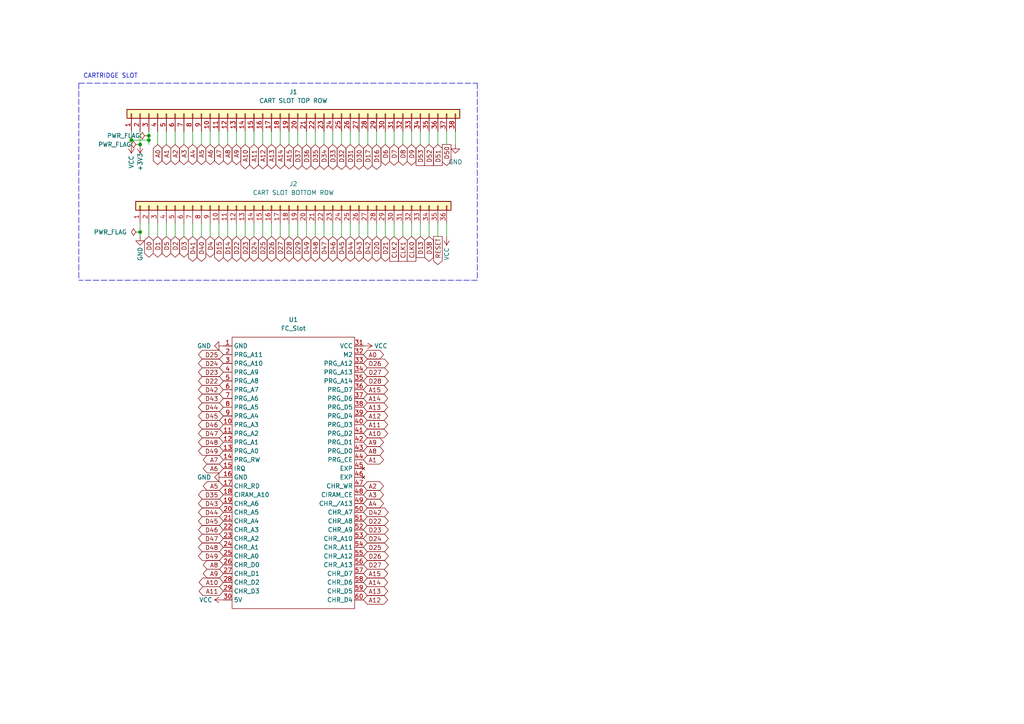
<source format=kicad_sch>
(kicad_sch (version 20210621) (generator eeschema)
  (paper "A4")
  (title_block (title "OSCR MEGADRIVE ADAPTER") (date "2021-11-15") (rev "V1"))
  (lib_symbols
    (symbol "!OSCR:FC_Slot"
      (property "Reference" "U" (at -16.51 52.07 0))
      (property "Value" "FC_Slot" (at -13.97 46.99 0))
      (symbol "FC_Slot_0_1"
        (rectangle (start -17.78 44.45) (end 17.78 -34.29) (stroke (width 0.1524)))
      )
      (symbol "FC_Slot_1_1"
        (pin power_in line (at -20.32 41.91 0) (length 2.54) (name "GND") (number "1"))
        (pin input line (at -20.32 19.05 0) (length 2.54) (name "PRG_A3") (number "10"))
        (pin input line (at -20.32 16.51 0) (length 2.54) (name "PRG_A2") (number "11"))
        (pin input line (at -20.32 13.97 0) (length 2.54) (name "PRG_A1") (number "12"))
        (pin input line (at -20.32 11.43 0) (length 2.54) (name "PRG_A0") (number "13"))
        (pin input line (at -20.32 8.89 0) (length 2.54) (name "PRG_RW") (number "14"))
        (pin input line (at -20.32 6.35 0) (length 2.54) (name "IRQ") (number "15"))
        (pin power_in line (at -20.32 3.81 0) (length 2.54) (name "GND") (number "16"))
        (pin input line (at -20.32 1.27 0) (length 2.54) (name "CHR_RD") (number "17"))
        (pin input line (at -20.32 -1.27 0) (length 2.54) (name "CIRAM_A10") (number "18"))
        (pin input line (at -20.32 -3.81 0) (length 2.54) (name "CHR_A6") (number "19"))
        (pin input line (at -20.32 39.37 0) (length 2.54) (name "PRG_A11") (number "2"))
        (pin input line (at -20.32 -6.35 0) (length 2.54) (name "CHR_A5") (number "20"))
        (pin input line (at -20.32 -8.89 0) (length 2.54) (name "CHR_A4") (number "21"))
        (pin input line (at -20.32 -11.43 0) (length 2.54) (name "CHR_A3") (number "22"))
        (pin input line (at -20.32 -13.97 0) (length 2.54) (name "CHR_A2") (number "23"))
        (pin input line (at -20.32 -16.51 0) (length 2.54) (name "CHR_A1") (number "24"))
        (pin input line (at -20.32 -19.05 0) (length 2.54) (name "CHR_A0") (number "25"))
        (pin bidirectional line (at -20.32 -21.59 0) (length 2.54) (name "CHR_D0") (number "26"))
        (pin bidirectional line (at -20.32 -24.13 0) (length 2.54) (name "CHR_D1") (number "27"))
        (pin bidirectional line (at -20.32 -26.67 0) (length 2.54) (name "CHR_D2") (number "28"))
        (pin bidirectional line (at -20.32 -29.21 0) (length 2.54) (name "CHR_D3") (number "29"))
        (pin input line (at -20.32 36.83 0) (length 2.54) (name "PRG_A10") (number "3"))
        (pin power_in line (at -20.32 -31.75 0) (length 2.54) (name "5V") (number "30"))
        (pin power_in line (at 20.32 41.91 180) (length 2.54) (name "VCC") (number "31"))
        (pin input line (at 20.32 39.37 180) (length 2.54) (name "M2") (number "32"))
        (pin input line (at 20.32 36.83 180) (length 2.54) (name "PRG_A12") (number "33"))
        (pin input line (at 20.32 34.29 180) (length 2.54) (name "PRG_A13") (number "34"))
        (pin input line (at 20.32 31.75 180) (length 2.54) (name "PRG_A14") (number "35"))
        (pin bidirectional line (at 20.32 29.21 180) (length 2.54) (name "PRG_D7") (number "36"))
        (pin bidirectional line (at 20.32 26.67 180) (length 2.54) (name "PRG_D6") (number "37"))
        (pin bidirectional line (at 20.32 24.13 180) (length 2.54) (name "PRG_D5") (number "38"))
        (pin bidirectional line (at 20.32 21.59 180) (length 2.54) (name "PRG_D4") (number "39"))
        (pin input line (at -20.32 34.29 0) (length 2.54) (name "PRG_A9") (number "4"))
        (pin bidirectional line (at 20.32 19.05 180) (length 2.54) (name "PRG_D3") (number "40"))
        (pin bidirectional line (at 20.32 16.51 180) (length 2.54) (name "PRG_D2") (number "41"))
        (pin bidirectional line (at 20.32 13.97 180) (length 2.54) (name "PRG_D1") (number "42"))
        (pin bidirectional line (at 20.32 11.43 180) (length 2.54) (name "PRG_D0") (number "43"))
        (pin input line (at 20.32 8.89 180) (length 2.54) (name "PRG_CE") (number "44"))
        (pin no_connect line (at 20.32 6.35 180) (length 2.54) (name "EXP") (number "45"))
        (pin no_connect line (at 20.32 3.81 180) (length 2.54) (name "EXP") (number "46"))
        (pin input line (at 20.32 1.27 180) (length 2.54) (name "CHR_WR") (number "47"))
        (pin input line (at 20.32 -1.27 180) (length 2.54) (name "CIRAM_CE") (number "48"))
        (pin input line (at 20.32 -3.81 180) (length 2.54) (name "CHR_/A13") (number "49"))
        (pin input line (at -20.32 31.75 0) (length 2.54) (name "PRG_A8") (number "5"))
        (pin bidirectional line (at 20.32 -6.35 180) (length 2.54) (name "CHR_A7") (number "50"))
        (pin input line (at 20.32 -8.89 180) (length 2.54) (name "CHR_A8") (number "51"))
        (pin input line (at 20.32 -11.43 180) (length 2.54) (name "CHR_A9") (number "52"))
        (pin input line (at 20.32 -13.97 180) (length 2.54) (name "CHR_A10") (number "53"))
        (pin input line (at 20.32 -16.51 180) (length 2.54) (name "CHR_A11") (number "54"))
        (pin input line (at 20.32 -19.05 180) (length 2.54) (name "CHR_A12") (number "55"))
        (pin input line (at 20.32 -21.59 180) (length 2.54) (name "CHR_A13") (number "56"))
        (pin bidirectional line (at 20.32 -24.13 180) (length 2.54) (name "CHR_D7") (number "57"))
        (pin bidirectional line (at 20.32 -26.67 180) (length 2.54) (name "CHR_D6") (number "58"))
        (pin bidirectional line (at 20.32 -29.21 180) (length 2.54) (name "CHR_D5") (number "59"))
        (pin input line (at -20.32 29.21 0) (length 2.54) (name "PRG_A7") (number "6"))
        (pin bidirectional line (at 20.32 -31.75 180) (length 2.54) (name "CHR_D4") (number "60"))
        (pin input line (at -20.32 26.67 0) (length 2.54) (name "PRG_A6") (number "7"))
        (pin input line (at -20.32 24.13 0) (length 2.54) (name "PRG_A5") (number "8"))
        (pin input line (at -20.32 21.59 0) (length 2.54) (name "PRG_A4") (number "9"))
      )
    )
    (symbol "Connector_Generic:Conn_01x36" (pin_names (offset 1.016) hide)
      (property "Reference" "J" (at 0 45.72 0))
      (property "Value" "Conn_01x36" (at 0 -48.26 0))
      (symbol "Conn_01x36_1_1"
        (rectangle (start -1.27 -45.593) (end 0 -45.847) (stroke (width 0.1524)))
        (rectangle (start -1.27 -43.053) (end 0 -43.307) (stroke (width 0.1524)))
        (rectangle (start -1.27 -40.513) (end 0 -40.767) (stroke (width 0.1524)))
        (rectangle (start -1.27 -37.973) (end 0 -38.227) (stroke (width 0.1524)))
        (rectangle (start -1.27 -35.433) (end 0 -35.687) (stroke (width 0.1524)))
        (rectangle (start -1.27 -32.893) (end 0 -33.147) (stroke (width 0.1524)))
        (rectangle (start -1.27 -30.353) (end 0 -30.607) (stroke (width 0.1524)))
        (rectangle (start -1.27 -27.813) (end 0 -28.067) (stroke (width 0.1524)))
        (rectangle (start -1.27 -25.273) (end 0 -25.527) (stroke (width 0.1524)))
        (rectangle (start -1.27 -22.733) (end 0 -22.987) (stroke (width 0.1524)))
        (rectangle (start -1.27 -20.193) (end 0 -20.447) (stroke (width 0.1524)))
        (rectangle (start -1.27 -17.653) (end 0 -17.907) (stroke (width 0.1524)))
        (rectangle (start -1.27 -15.113) (end 0 -15.367) (stroke (width 0.1524)))
        (rectangle (start -1.27 -12.573) (end 0 -12.827) (stroke (width 0.1524)))
        (rectangle (start -1.27 -10.033) (end 0 -10.287) (stroke (width 0.1524)))
        (rectangle (start -1.27 -7.493) (end 0 -7.747) (stroke (width 0.1524)))
        (rectangle (start -1.27 -4.953) (end 0 -5.207) (stroke (width 0.1524)))
        (rectangle (start -1.27 -2.413) (end 0 -2.667) (stroke (width 0.1524)))
        (rectangle (start -1.27 0.127) (end 0 -0.127) (stroke (width 0.1524)))
        (rectangle (start -1.27 2.667) (end 0 2.413) (stroke (width 0.1524)))
        (rectangle (start -1.27 5.207) (end 0 4.953) (stroke (width 0.1524)))
        (rectangle (start -1.27 7.747) (end 0 7.493) (stroke (width 0.1524)))
        (rectangle (start -1.27 10.287) (end 0 10.033) (stroke (width 0.1524)))
        (rectangle (start -1.27 12.827) (end 0 12.573) (stroke (width 0.1524)))
        (rectangle (start -1.27 15.367) (end 0 15.113) (stroke (width 0.1524)))
        (rectangle (start -1.27 17.907) (end 0 17.653) (stroke (width 0.1524)))
        (rectangle (start -1.27 20.447) (end 0 20.193) (stroke (width 0.1524)))
        (rectangle (start -1.27 22.987) (end 0 22.733) (stroke (width 0.1524)))
        (rectangle (start -1.27 25.527) (end 0 25.273) (stroke (width 0.1524)))
        (rectangle (start -1.27 28.067) (end 0 27.813) (stroke (width 0.1524)))
        (rectangle (start -1.27 30.607) (end 0 30.353) (stroke (width 0.1524)))
        (rectangle (start -1.27 33.147) (end 0 32.893) (stroke (width 0.1524)))
        (rectangle (start -1.27 35.687) (end 0 35.433) (stroke (width 0.1524)))
        (rectangle (start -1.27 38.227) (end 0 37.973) (stroke (width 0.1524)))
        (rectangle (start -1.27 40.767) (end 0 40.513) (stroke (width 0.1524)))
        (rectangle (start -1.27 43.307) (end 0 43.053) (stroke (width 0.1524)))
        (rectangle (start -1.27 44.45) (end 1.27 -46.99) (stroke (width 0.254)) (fill (type background)))
        (pin passive line (at -5.08 43.18 0) (length 3.81) (name "Pin_1") (number "1"))
        (pin passive line (at -5.08 20.32 0) (length 3.81) (name "Pin_10") (number "10"))
        (pin passive line (at -5.08 17.78 0) (length 3.81) (name "Pin_11") (number "11"))
        (pin passive line (at -5.08 15.24 0) (length 3.81) (name "Pin_12") (number "12"))
        (pin passive line (at -5.08 12.7 0) (length 3.81) (name "Pin_13") (number "13"))
        (pin passive line (at -5.08 10.16 0) (length 3.81) (name "Pin_14") (number "14"))
        (pin passive line (at -5.08 7.62 0) (length 3.81) (name "Pin_15") (number "15"))
        (pin passive line (at -5.08 5.08 0) (length 3.81) (name "Pin_16") (number "16"))
        (pin passive line (at -5.08 2.54 0) (length 3.81) (name "Pin_17") (number "17"))
        (pin passive line (at -5.08 0 0) (length 3.81) (name "Pin_18") (number "18"))
        (pin passive line (at -5.08 -2.54 0) (length 3.81) (name "Pin_19") (number "19"))
        (pin passive line (at -5.08 40.64 0) (length 3.81) (name "Pin_2") (number "2"))
        (pin passive line (at -5.08 -5.08 0) (length 3.81) (name "Pin_20") (number "20"))
        (pin passive line (at -5.08 -7.62 0) (length 3.81) (name "Pin_21") (number "21"))
        (pin passive line (at -5.08 -10.16 0) (length 3.81) (name "Pin_22") (number "22"))
        (pin passive line (at -5.08 -12.7 0) (length 3.81) (name "Pin_23") (number "23"))
        (pin passive line (at -5.08 -15.24 0) (length 3.81) (name "Pin_24") (number "24"))
        (pin passive line (at -5.08 -17.78 0) (length 3.81) (name "Pin_25") (number "25"))
        (pin passive line (at -5.08 -20.32 0) (length 3.81) (name "Pin_26") (number "26"))
        (pin passive line (at -5.08 -22.86 0) (length 3.81) (name "Pin_27") (number "27"))
        (pin passive line (at -5.08 -25.4 0) (length 3.81) (name "Pin_28") (number "28"))
        (pin passive line (at -5.08 -27.94 0) (length 3.81) (name "Pin_29") (number "29"))
        (pin passive line (at -5.08 38.1 0) (length 3.81) (name "Pin_3") (number "3"))
        (pin passive line (at -5.08 -30.48 0) (length 3.81) (name "Pin_30") (number "30"))
        (pin passive line (at -5.08 -33.02 0) (length 3.81) (name "Pin_31") (number "31"))
        (pin passive line (at -5.08 -35.56 0) (length 3.81) (name "Pin_32") (number "32"))
        (pin passive line (at -5.08 -38.1 0) (length 3.81) (name "Pin_33") (number "33"))
        (pin passive line (at -5.08 -40.64 0) (length 3.81) (name "Pin_34") (number "34"))
        (pin passive line (at -5.08 -43.18 0) (length 3.81) (name "Pin_35") (number "35"))
        (pin passive line (at -5.08 -45.72 0) (length 3.81) (name "Pin_36") (number "36"))
        (pin passive line (at -5.08 35.56 0) (length 3.81) (name "Pin_4") (number "4"))
        (pin passive line (at -5.08 33.02 0) (length 3.81) (name "Pin_5") (number "5"))
        (pin passive line (at -5.08 30.48 0) (length 3.81) (name "Pin_6") (number "6"))
        (pin passive line (at -5.08 27.94 0) (length 3.81) (name "Pin_7") (number "7"))
        (pin passive line (at -5.08 25.4 0) (length 3.81) (name "Pin_8") (number "8"))
        (pin passive line (at -5.08 22.86 0) (length 3.81) (name "Pin_9") (number "9"))
      )
    )
    (symbol "Connector_Generic:Conn_01x38" (pin_names (offset 1.016) hide)
      (property "Reference" "J" (at 0 48.26 0))
      (property "Value" "Conn_01x38" (at 0 -50.8 0))
      (symbol "Conn_01x38_1_1"
        (rectangle (start -1.27 -48.133) (end 0 -48.387) (stroke (width 0.1524)))
        (rectangle (start -1.27 -45.593) (end 0 -45.847) (stroke (width 0.1524)))
        (rectangle (start -1.27 -43.053) (end 0 -43.307) (stroke (width 0.1524)))
        (rectangle (start -1.27 -40.513) (end 0 -40.767) (stroke (width 0.1524)))
        (rectangle (start -1.27 -37.973) (end 0 -38.227) (stroke (width 0.1524)))
        (rectangle (start -1.27 -35.433) (end 0 -35.687) (stroke (width 0.1524)))
        (rectangle (start -1.27 -32.893) (end 0 -33.147) (stroke (width 0.1524)))
        (rectangle (start -1.27 -30.353) (end 0 -30.607) (stroke (width 0.1524)))
        (rectangle (start -1.27 -27.813) (end 0 -28.067) (stroke (width 0.1524)))
        (rectangle (start -1.27 -25.273) (end 0 -25.527) (stroke (width 0.1524)))
        (rectangle (start -1.27 -22.733) (end 0 -22.987) (stroke (width 0.1524)))
        (rectangle (start -1.27 -20.193) (end 0 -20.447) (stroke (width 0.1524)))
        (rectangle (start -1.27 -17.653) (end 0 -17.907) (stroke (width 0.1524)))
        (rectangle (start -1.27 -15.113) (end 0 -15.367) (stroke (width 0.1524)))
        (rectangle (start -1.27 -12.573) (end 0 -12.827) (stroke (width 0.1524)))
        (rectangle (start -1.27 -10.033) (end 0 -10.287) (stroke (width 0.1524)))
        (rectangle (start -1.27 -7.493) (end 0 -7.747) (stroke (width 0.1524)))
        (rectangle (start -1.27 -4.953) (end 0 -5.207) (stroke (width 0.1524)))
        (rectangle (start -1.27 -2.413) (end 0 -2.667) (stroke (width 0.1524)))
        (rectangle (start -1.27 0.127) (end 0 -0.127) (stroke (width 0.1524)))
        (rectangle (start -1.27 2.667) (end 0 2.413) (stroke (width 0.1524)))
        (rectangle (start -1.27 5.207) (end 0 4.953) (stroke (width 0.1524)))
        (rectangle (start -1.27 7.747) (end 0 7.493) (stroke (width 0.1524)))
        (rectangle (start -1.27 10.287) (end 0 10.033) (stroke (width 0.1524)))
        (rectangle (start -1.27 12.827) (end 0 12.573) (stroke (width 0.1524)))
        (rectangle (start -1.27 15.367) (end 0 15.113) (stroke (width 0.1524)))
        (rectangle (start -1.27 17.907) (end 0 17.653) (stroke (width 0.1524)))
        (rectangle (start -1.27 20.447) (end 0 20.193) (stroke (width 0.1524)))
        (rectangle (start -1.27 22.987) (end 0 22.733) (stroke (width 0.1524)))
        (rectangle (start -1.27 25.527) (end 0 25.273) (stroke (width 0.1524)))
        (rectangle (start -1.27 28.067) (end 0 27.813) (stroke (width 0.1524)))
        (rectangle (start -1.27 30.607) (end 0 30.353) (stroke (width 0.1524)))
        (rectangle (start -1.27 33.147) (end 0 32.893) (stroke (width 0.1524)))
        (rectangle (start -1.27 35.687) (end 0 35.433) (stroke (width 0.1524)))
        (rectangle (start -1.27 38.227) (end 0 37.973) (stroke (width 0.1524)))
        (rectangle (start -1.27 40.767) (end 0 40.513) (stroke (width 0.1524)))
        (rectangle (start -1.27 43.307) (end 0 43.053) (stroke (width 0.1524)))
        (rectangle (start -1.27 45.847) (end 0 45.593) (stroke (width 0.1524)))
        (rectangle (start -1.27 46.99) (end 1.27 -49.53) (stroke (width 0.254)) (fill (type background)))
        (pin passive line (at -5.08 45.72 0) (length 3.81) (name "Pin_1") (number "1"))
        (pin passive line (at -5.08 22.86 0) (length 3.81) (name "Pin_10") (number "10"))
        (pin passive line (at -5.08 20.32 0) (length 3.81) (name "Pin_11") (number "11"))
        (pin passive line (at -5.08 17.78 0) (length 3.81) (name "Pin_12") (number "12"))
        (pin passive line (at -5.08 15.24 0) (length 3.81) (name "Pin_13") (number "13"))
        (pin passive line (at -5.08 12.7 0) (length 3.81) (name "Pin_14") (number "14"))
        (pin passive line (at -5.08 10.16 0) (length 3.81) (name "Pin_15") (number "15"))
        (pin passive line (at -5.08 7.62 0) (length 3.81) (name "Pin_16") (number "16"))
        (pin passive line (at -5.08 5.08 0) (length 3.81) (name "Pin_17") (number "17"))
        (pin passive line (at -5.08 2.54 0) (length 3.81) (name "Pin_18") (number "18"))
        (pin passive line (at -5.08 0 0) (length 3.81) (name "Pin_19") (number "19"))
        (pin passive line (at -5.08 43.18 0) (length 3.81) (name "Pin_2") (number "2"))
        (pin passive line (at -5.08 -2.54 0) (length 3.81) (name "Pin_20") (number "20"))
        (pin passive line (at -5.08 -5.08 0) (length 3.81) (name "Pin_21") (number "21"))
        (pin passive line (at -5.08 -7.62 0) (length 3.81) (name "Pin_22") (number "22"))
        (pin passive line (at -5.08 -10.16 0) (length 3.81) (name "Pin_23") (number "23"))
        (pin passive line (at -5.08 -12.7 0) (length 3.81) (name "Pin_24") (number "24"))
        (pin passive line (at -5.08 -15.24 0) (length 3.81) (name "Pin_25") (number "25"))
        (pin passive line (at -5.08 -17.78 0) (length 3.81) (name "Pin_26") (number "26"))
        (pin passive line (at -5.08 -20.32 0) (length 3.81) (name "Pin_27") (number "27"))
        (pin passive line (at -5.08 -22.86 0) (length 3.81) (name "Pin_28") (number "28"))
        (pin passive line (at -5.08 -25.4 0) (length 3.81) (name "Pin_29") (number "29"))
        (pin passive line (at -5.08 40.64 0) (length 3.81) (name "Pin_3") (number "3"))
        (pin passive line (at -5.08 -27.94 0) (length 3.81) (name "Pin_30") (number "30"))
        (pin passive line (at -5.08 -30.48 0) (length 3.81) (name "Pin_31") (number "31"))
        (pin passive line (at -5.08 -33.02 0) (length 3.81) (name "Pin_32") (number "32"))
        (pin passive line (at -5.08 -35.56 0) (length 3.81) (name "Pin_33") (number "33"))
        (pin passive line (at -5.08 -38.1 0) (length 3.81) (name "Pin_34") (number "34"))
        (pin passive line (at -5.08 -40.64 0) (length 3.81) (name "Pin_35") (number "35"))
        (pin passive line (at -5.08 -43.18 0) (length 3.81) (name "Pin_36") (number "36"))
        (pin passive line (at -5.08 -45.72 0) (length 3.81) (name "Pin_37") (number "37"))
        (pin passive line (at -5.08 -48.26 0) (length 3.81) (name "Pin_38") (number "38"))
        (pin passive line (at -5.08 38.1 0) (length 3.81) (name "Pin_4") (number "4"))
        (pin passive line (at -5.08 35.56 0) (length 3.81) (name "Pin_5") (number "5"))
        (pin passive line (at -5.08 33.02 0) (length 3.81) (name "Pin_6") (number "6"))
        (pin passive line (at -5.08 30.48 0) (length 3.81) (name "Pin_7") (number "7"))
        (pin passive line (at -5.08 27.94 0) (length 3.81) (name "Pin_8") (number "8"))
        (pin passive line (at -5.08 25.4 0) (length 3.81) (name "Pin_9") (number "9"))
      )
    )
    (symbol "power:+3.3V" (power) (pin_names (offset 0))
      (property "Value" "+3.3V" (at 0 3.556 0))
      (symbol "+3.3V_0_1"
        (polyline (pts (xy -0.762 1.27) (xy 0 2.54)))
        (polyline (pts (xy 0 0) (xy 0 2.54)))
        (polyline (pts (xy 0 2.54) (xy 0.762 1.27)))
      )
      (symbol "+3.3V_1_1"
        (pin power_in line (at 0 0 90) (length 0) hide (name "+3V3") (number "1"))
      )
    )
    (symbol "power:GND" (power) (pin_names (offset 0))
      (property "Value" "GND" (at 0 -3.81 0))
      (symbol "GND_0_1"
        (polyline (pts (xy 0 0) (xy 0 -1.27) (xy 1.27 -1.27) (xy 0 -2.54) (xy -1.27 -1.27) (xy 0 -1.27)))
      )
      (symbol "GND_1_1"
        (pin power_in line (at 0 0 270) (length 0) hide (name "GND") (number "1"))
      )
    )
    (symbol "power:PWR_FLAG" (power) (pin_numbers hide) (pin_names (offset 0) hide)
      (property "Value" "PWR_FLAG" (at 0 3.81 0))
      (symbol "PWR_FLAG_0_0"
        (pin power_out line (at 0 0 90) (length 0) (name "pwr") (number "1"))
      )
      (symbol "PWR_FLAG_0_1"
        (polyline (pts (xy 0 0) (xy 0 1.27) (xy -1.016 1.905) (xy 0 2.54) (xy 1.016 1.905) (xy 0 1.27)))
      )
    )
    (symbol "power:VCC" (power) (pin_names (offset 0))
      (property "Value" "VCC" (at 0 3.81 0))
      (symbol "VCC_0_1"
        (polyline (pts (xy -0.762 1.27) (xy 0 2.54)))
        (polyline (pts (xy 0 0) (xy 0 2.54)))
        (polyline (pts (xy 0 2.54) (xy 0.762 1.27)))
      )
      (symbol "VCC_1_1"
        (pin power_in line (at 0 0 90) (length 0) hide (name "VCC") (number "1"))
      )
    )
  )
  (junction (at 38.1 40.64))
  (junction (at 40.64 41.91))
  (junction (at 40.64 67.31))
  (junction (at 43.18 39.37))
  (junction (at 43.18 40.64))
  (wire (pts (xy 38.1 38.1) (xy 38.1 40.64)))
  (wire (pts (xy 38.1 40.64) (xy 38.1 41.91)))
  (wire (pts (xy 38.1 40.64) (xy 43.18 40.64)))
  (wire (pts (xy 40.64 38.1) (xy 40.64 41.91)))
  (wire (pts (xy 40.64 64.77) (xy 40.64 67.31)))
  (wire (pts (xy 40.64 67.31) (xy 40.64 68.58)))
  (wire (pts (xy 43.18 38.1) (xy 43.18 39.37)))
  (wire (pts (xy 43.18 39.37) (xy 43.18 40.64)))
  (wire (pts (xy 43.18 40.64) (xy 43.18 41.91)))
  (wire (pts (xy 43.18 64.77) (xy 43.18 68.58)))
  (wire (pts (xy 45.72 38.1) (xy 45.72 41.91)))
  (wire (pts (xy 45.72 64.77) (xy 45.72 68.58)))
  (wire (pts (xy 48.26 38.1) (xy 48.26 41.91)))
  (wire (pts (xy 48.26 64.77) (xy 48.26 68.58)))
  (wire (pts (xy 50.8 38.1) (xy 50.8 41.91)))
  (wire (pts (xy 50.8 64.77) (xy 50.8 68.58)))
  (wire (pts (xy 53.34 38.1) (xy 53.34 41.91)))
  (wire (pts (xy 53.34 64.77) (xy 53.34 68.58)))
  (wire (pts (xy 55.88 38.1) (xy 55.88 41.91)))
  (wire (pts (xy 55.88 64.77) (xy 55.88 68.58)))
  (wire (pts (xy 58.42 38.1) (xy 58.42 41.91)))
  (wire (pts (xy 58.42 64.77) (xy 58.42 68.58)))
  (wire (pts (xy 60.96 38.1) (xy 60.96 41.91)))
  (wire (pts (xy 60.96 64.77) (xy 60.96 68.58)))
  (wire (pts (xy 63.5 38.1) (xy 63.5 41.91)))
  (wire (pts (xy 63.5 64.77) (xy 63.5 68.58)))
  (wire (pts (xy 66.04 38.1) (xy 66.04 41.91)))
  (wire (pts (xy 66.04 64.77) (xy 66.04 68.58)))
  (wire (pts (xy 68.58 38.1) (xy 68.58 41.91)))
  (wire (pts (xy 68.58 64.77) (xy 68.58 68.58)))
  (wire (pts (xy 71.12 38.1) (xy 71.12 41.91)))
  (wire (pts (xy 71.12 64.77) (xy 71.12 68.58)))
  (wire (pts (xy 73.66 38.1) (xy 73.66 41.91)))
  (wire (pts (xy 73.66 64.77) (xy 73.66 68.58)))
  (wire (pts (xy 76.2 38.1) (xy 76.2 41.91)))
  (wire (pts (xy 76.2 64.77) (xy 76.2 68.58)))
  (wire (pts (xy 78.74 38.1) (xy 78.74 41.91)))
  (wire (pts (xy 78.74 64.77) (xy 78.74 68.58)))
  (wire (pts (xy 81.28 38.1) (xy 81.28 41.91)))
  (wire (pts (xy 81.28 64.77) (xy 81.28 68.58)))
  (wire (pts (xy 83.82 38.1) (xy 83.82 41.91)))
  (wire (pts (xy 83.82 64.77) (xy 83.82 68.58)))
  (wire (pts (xy 86.36 38.1) (xy 86.36 41.91)))
  (wire (pts (xy 86.36 64.77) (xy 86.36 68.58)))
  (wire (pts (xy 88.9 38.1) (xy 88.9 41.91)))
  (wire (pts (xy 88.9 64.77) (xy 88.9 68.58)))
  (wire (pts (xy 91.44 38.1) (xy 91.44 41.91)))
  (wire (pts (xy 91.44 64.77) (xy 91.44 68.58)))
  (wire (pts (xy 93.98 38.1) (xy 93.98 41.91)))
  (wire (pts (xy 93.98 64.77) (xy 93.98 68.58)))
  (wire (pts (xy 96.52 38.1) (xy 96.52 41.91)))
  (wire (pts (xy 96.52 64.77) (xy 96.52 68.58)))
  (wire (pts (xy 99.06 38.1) (xy 99.06 41.91)))
  (wire (pts (xy 99.06 64.77) (xy 99.06 68.58)))
  (wire (pts (xy 101.6 38.1) (xy 101.6 41.91)))
  (wire (pts (xy 101.6 64.77) (xy 101.6 68.58)))
  (wire (pts (xy 104.14 38.1) (xy 104.14 41.91)))
  (wire (pts (xy 104.14 64.77) (xy 104.14 68.58)))
  (wire (pts (xy 106.68 38.1) (xy 106.68 41.91)))
  (wire (pts (xy 106.68 64.77) (xy 106.68 68.58)))
  (wire (pts (xy 109.22 38.1) (xy 109.22 41.91)))
  (wire (pts (xy 109.22 64.77) (xy 109.22 68.58)))
  (wire (pts (xy 111.76 38.1) (xy 111.76 41.91)))
  (wire (pts (xy 111.76 64.77) (xy 111.76 68.58)))
  (wire (pts (xy 114.3 38.1) (xy 114.3 41.91)))
  (wire (pts (xy 114.3 64.77) (xy 114.3 68.58)))
  (wire (pts (xy 116.84 38.1) (xy 116.84 41.91)))
  (wire (pts (xy 116.84 64.77) (xy 116.84 68.58)))
  (wire (pts (xy 119.38 38.1) (xy 119.38 41.91)))
  (wire (pts (xy 119.38 64.77) (xy 119.38 68.58)))
  (wire (pts (xy 121.92 38.1) (xy 121.92 41.91)))
  (wire (pts (xy 121.92 64.77) (xy 121.92 68.58)))
  (wire (pts (xy 124.46 38.1) (xy 124.46 41.91)))
  (wire (pts (xy 124.46 64.77) (xy 124.46 68.58)))
  (wire (pts (xy 127 38.1) (xy 127 41.91)))
  (wire (pts (xy 127 64.77) (xy 127 68.58)))
  (wire (pts (xy 129.54 38.1) (xy 129.54 41.91)))
  (wire (pts (xy 129.54 64.77) (xy 129.54 68.58)))
  (wire (pts (xy 132.08 38.1) (xy 132.08 41.91)))
  (polyline (pts (xy 22.86 24.13) (xy 22.86 81.28)))
  (polyline (pts (xy 22.86 24.13) (xy 138.43 24.13)))
  (polyline (pts (xy 138.43 24.13) (xy 138.43 81.28)))
  (polyline (pts (xy 138.43 81.28) (xy 22.86 81.28)))
  (text "CARTRIDGE SLOT" (at 24.13 22.86 0) (effects (font (size 1.27 1.27)) (justify left bottom)))
  (global_label "D0" (shape bidirectional) (at 43.18 68.58 270) (property "Intersheet References" "${INTERSHEET_REFS}" (effects hide)))
  (global_label "A0" (shape bidirectional) (at 45.72 41.91 270) (property "Intersheet References" "${INTERSHEET_REFS}" (effects hide)))
  (global_label "D1" (shape bidirectional) (at 45.72 68.58 270) (property "Intersheet References" "${INTERSHEET_REFS}" (effects hide)))
  (global_label "A1" (shape bidirectional) (at 48.26 41.91 270) (property "Intersheet References" "${INTERSHEET_REFS}" (effects hide)))
  (global_label "D5" (shape bidirectional) (at 48.26 68.58 270) (property "Intersheet References" "${INTERSHEET_REFS}" (effects hide)))
  (global_label "A2" (shape bidirectional) (at 50.8 41.91 270) (property "Intersheet References" "${INTERSHEET_REFS}" (effects hide)))
  (global_label "D2" (shape bidirectional) (at 50.8 68.58 270) (property "Intersheet References" "${INTERSHEET_REFS}" (effects hide)))
  (global_label "A3" (shape bidirectional) (at 53.34 41.91 270) (property "Intersheet References" "${INTERSHEET_REFS}" (effects hide)))
  (global_label "D3" (shape bidirectional) (at 53.34 68.58 270) (property "Intersheet References" "${INTERSHEET_REFS}" (effects hide)))
  (global_label "A4" (shape bidirectional) (at 55.88 41.91 270) (property "Intersheet References" "${INTERSHEET_REFS}" (effects hide)))
  (global_label "D41" (shape bidirectional) (at 55.88 68.58 270) (property "Intersheet References" "${INTERSHEET_REFS}" (effects hide)))
  (global_label "A5" (shape bidirectional) (at 58.42 41.91 270) (property "Intersheet References" "${INTERSHEET_REFS}" (effects hide)))
  (global_label "D40" (shape bidirectional) (at 58.42 68.58 270) (property "Intersheet References" "${INTERSHEET_REFS}" (effects hide)))
  (global_label "A6" (shape bidirectional) (at 60.96 41.91 270) (property "Intersheet References" "${INTERSHEET_REFS}" (effects hide)))
  (global_label "D4" (shape bidirectional) (at 60.96 68.58 270) (property "Intersheet References" "${INTERSHEET_REFS}" (effects hide)))
  (global_label "A7" (shape bidirectional) (at 63.5 41.91 270) (property "Intersheet References" "${INTERSHEET_REFS}" (effects hide)))
  (global_label "D15" (shape bidirectional) (at 63.5 68.58 270) (property "Intersheet References" "${INTERSHEET_REFS}" (effects hide)))
  (global_label "D25" (shape bidirectional) (at 64.77 102.87 180) (property "Intersheet References" "${INTERSHEET_REFS}" (effects hide)))
  (global_label "D24" (shape bidirectional) (at 64.77 105.41 180) (property "Intersheet References" "${INTERSHEET_REFS}" (effects hide)))
  (global_label "D23" (shape bidirectional) (at 64.77 107.95 180) (property "Intersheet References" "${INTERSHEET_REFS}" (effects hide)))
  (global_label "D22" (shape bidirectional) (at 64.77 110.49 180) (property "Intersheet References" "${INTERSHEET_REFS}" (effects hide)))
  (global_label "D42" (shape bidirectional) (at 64.77 113.03 180) (property "Intersheet References" "${INTERSHEET_REFS}" (effects hide)))
  (global_label "D43" (shape bidirectional) (at 64.77 115.57 180) (property "Intersheet References" "${INTERSHEET_REFS}" (effects hide)))
  (global_label "D44" (shape bidirectional) (at 64.77 118.11 180) (property "Intersheet References" "${INTERSHEET_REFS}" (effects hide)))
  (global_label "D45" (shape bidirectional) (at 64.77 120.65 180) (property "Intersheet References" "${INTERSHEET_REFS}" (effects hide)))
  (global_label "D46" (shape bidirectional) (at 64.77 123.19 180) (property "Intersheet References" "${INTERSHEET_REFS}" (effects hide)))
  (global_label "D47" (shape bidirectional) (at 64.77 125.73 180) (property "Intersheet References" "${INTERSHEET_REFS}" (effects hide)))
  (global_label "D48" (shape bidirectional) (at 64.77 128.27 180) (property "Intersheet References" "${INTERSHEET_REFS}" (effects hide)))
  (global_label "D49" (shape bidirectional) (at 64.77 130.81 180) (property "Intersheet References" "${INTERSHEET_REFS}" (effects hide)))
  (global_label "A7" (shape bidirectional) (at 64.77 133.35 180) (property "Intersheet References" "${INTERSHEET_REFS}" (effects hide)))
  (global_label "A6" (shape bidirectional) (at 64.77 135.89 180) (property "Intersheet References" "${INTERSHEET_REFS}" (effects hide)))
  (global_label "A5" (shape bidirectional) (at 64.77 140.97 180) (property "Intersheet References" "${INTERSHEET_REFS}" (effects hide)))
  (global_label "D35" (shape bidirectional) (at 64.77 143.51 180) (property "Intersheet References" "${INTERSHEET_REFS}" (effects hide)))
  (global_label "D43" (shape bidirectional) (at 64.77 146.05 180) (property "Intersheet References" "${INTERSHEET_REFS}" (effects hide)))
  (global_label "D44" (shape bidirectional) (at 64.77 148.59 180) (property "Intersheet References" "${INTERSHEET_REFS}" (effects hide)))
  (global_label "D45" (shape bidirectional) (at 64.77 151.13 180) (property "Intersheet References" "${INTERSHEET_REFS}" (effects hide)))
  (global_label "D46" (shape bidirectional) (at 64.77 153.67 180) (property "Intersheet References" "${INTERSHEET_REFS}" (effects hide)))
  (global_label "D47" (shape bidirectional) (at 64.77 156.21 180) (property "Intersheet References" "${INTERSHEET_REFS}" (effects hide)))
  (global_label "D48" (shape bidirectional) (at 64.77 158.75 180) (property "Intersheet References" "${INTERSHEET_REFS}" (effects hide)))
  (global_label "D49" (shape bidirectional) (at 64.77 161.29 180) (property "Intersheet References" "${INTERSHEET_REFS}" (effects hide)))
  (global_label "A8" (shape bidirectional) (at 64.77 163.83 180) (property "Intersheet References" "${INTERSHEET_REFS}" (effects hide)))
  (global_label "A9" (shape bidirectional) (at 64.77 166.37 180) (property "Intersheet References" "${INTERSHEET_REFS}" (effects hide)))
  (global_label "A10" (shape bidirectional) (at 64.77 168.91 180) (property "Intersheet References" "${INTERSHEET_REFS}" (effects hide)))
  (global_label "A11" (shape bidirectional) (at 64.77 171.45 180) (property "Intersheet References" "${INTERSHEET_REFS}" (effects hide)))
  (global_label "A8" (shape bidirectional) (at 66.04 41.91 270) (property "Intersheet References" "${INTERSHEET_REFS}" (effects hide)))
  (global_label "D14" (shape bidirectional) (at 66.04 68.58 270) (property "Intersheet References" "${INTERSHEET_REFS}" (effects hide)))
  (global_label "A9" (shape bidirectional) (at 68.58 41.91 270) (property "Intersheet References" "${INTERSHEET_REFS}" (effects hide)))
  (global_label "D22" (shape bidirectional) (at 68.58 68.58 270) (property "Intersheet References" "${INTERSHEET_REFS}" (effects hide)))
  (global_label "A10" (shape bidirectional) (at 71.12 41.91 270) (property "Intersheet References" "${INTERSHEET_REFS}" (effects hide)))
  (global_label "D23" (shape bidirectional) (at 71.12 68.58 270) (property "Intersheet References" "${INTERSHEET_REFS}" (effects hide)))
  (global_label "A11" (shape bidirectional) (at 73.66 41.91 270) (property "Intersheet References" "${INTERSHEET_REFS}" (effects hide)))
  (global_label "D24" (shape bidirectional) (at 73.66 68.58 270) (property "Intersheet References" "${INTERSHEET_REFS}" (effects hide)))
  (global_label "A12" (shape bidirectional) (at 76.2 41.91 270) (property "Intersheet References" "${INTERSHEET_REFS}" (effects hide)))
  (global_label "D25" (shape bidirectional) (at 76.2 68.58 270) (property "Intersheet References" "${INTERSHEET_REFS}" (effects hide)))
  (global_label "A13" (shape bidirectional) (at 78.74 41.91 270) (property "Intersheet References" "${INTERSHEET_REFS}" (effects hide)))
  (global_label "D26" (shape bidirectional) (at 78.74 68.58 270) (property "Intersheet References" "${INTERSHEET_REFS}" (effects hide)))
  (global_label "A14" (shape bidirectional) (at 81.28 41.91 270) (property "Intersheet References" "${INTERSHEET_REFS}" (effects hide)))
  (global_label "D27" (shape bidirectional) (at 81.28 68.58 270) (property "Intersheet References" "${INTERSHEET_REFS}" (effects hide)))
  (global_label "A15" (shape bidirectional) (at 83.82 41.91 270) (property "Intersheet References" "${INTERSHEET_REFS}" (effects hide)))
  (global_label "D28" (shape bidirectional) (at 83.82 68.58 270) (property "Intersheet References" "${INTERSHEET_REFS}" (effects hide)))
  (global_label "D37" (shape bidirectional) (at 86.36 41.91 270) (property "Intersheet References" "${INTERSHEET_REFS}" (effects hide)))
  (global_label "D29" (shape bidirectional) (at 86.36 68.58 270) (property "Intersheet References" "${INTERSHEET_REFS}" (effects hide)))
  (global_label "D36" (shape bidirectional) (at 88.9 41.91 270) (property "Intersheet References" "${INTERSHEET_REFS}" (effects hide)))
  (global_label "D49" (shape bidirectional) (at 88.9 68.58 270) (property "Intersheet References" "${INTERSHEET_REFS}" (effects hide)))
  (global_label "D35" (shape bidirectional) (at 91.44 41.91 270) (property "Intersheet References" "${INTERSHEET_REFS}" (effects hide)))
  (global_label "D48" (shape bidirectional) (at 91.44 68.58 270) (property "Intersheet References" "${INTERSHEET_REFS}" (effects hide)))
  (global_label "D34" (shape bidirectional) (at 93.98 41.91 270) (property "Intersheet References" "${INTERSHEET_REFS}" (effects hide)))
  (global_label "D47" (shape bidirectional) (at 93.98 68.58 270) (property "Intersheet References" "${INTERSHEET_REFS}" (effects hide)))
  (global_label "D33" (shape bidirectional) (at 96.52 41.91 270) (property "Intersheet References" "${INTERSHEET_REFS}" (effects hide)))
  (global_label "D46" (shape bidirectional) (at 96.52 68.58 270) (property "Intersheet References" "${INTERSHEET_REFS}" (effects hide)))
  (global_label "D32" (shape bidirectional) (at 99.06 41.91 270) (property "Intersheet References" "${INTERSHEET_REFS}" (effects hide)))
  (global_label "D45" (shape bidirectional) (at 99.06 68.58 270) (property "Intersheet References" "${INTERSHEET_REFS}" (effects hide)))
  (global_label "D31" (shape bidirectional) (at 101.6 41.91 270) (property "Intersheet References" "${INTERSHEET_REFS}" (effects hide)))
  (global_label "D44" (shape bidirectional) (at 101.6 68.58 270) (property "Intersheet References" "${INTERSHEET_REFS}" (effects hide)))
  (global_label "D30" (shape bidirectional) (at 104.14 41.91 270) (property "Intersheet References" "${INTERSHEET_REFS}" (effects hide)))
  (global_label "D43" (shape bidirectional) (at 104.14 68.58 270) (property "Intersheet References" "${INTERSHEET_REFS}" (effects hide)))
  (global_label "A0" (shape bidirectional) (at 105.41 102.87 0) (property "Intersheet References" "${INTERSHEET_REFS}" (effects hide)))
  (global_label "D26" (shape bidirectional) (at 105.41 105.41 0) (property "Intersheet References" "${INTERSHEET_REFS}" (effects hide)))
  (global_label "D27" (shape bidirectional) (at 105.41 107.95 0) (property "Intersheet References" "${INTERSHEET_REFS}" (effects hide)))
  (global_label "D28" (shape bidirectional) (at 105.41 110.49 0) (property "Intersheet References" "${INTERSHEET_REFS}" (effects hide)))
  (global_label "A15" (shape bidirectional) (at 105.41 113.03 0) (property "Intersheet References" "${INTERSHEET_REFS}" (effects hide)))
  (global_label "A14" (shape bidirectional) (at 105.41 115.57 0) (property "Intersheet References" "${INTERSHEET_REFS}" (effects hide)))
  (global_label "A13" (shape bidirectional) (at 105.41 118.11 0) (property "Intersheet References" "${INTERSHEET_REFS}" (effects hide)))
  (global_label "A12" (shape bidirectional) (at 105.41 120.65 0) (property "Intersheet References" "${INTERSHEET_REFS}" (effects hide)))
  (global_label "A11" (shape bidirectional) (at 105.41 123.19 0) (property "Intersheet References" "${INTERSHEET_REFS}" (effects hide)))
  (global_label "A10" (shape bidirectional) (at 105.41 125.73 0) (property "Intersheet References" "${INTERSHEET_REFS}" (effects hide)))
  (global_label "A9" (shape bidirectional) (at 105.41 128.27 0) (property "Intersheet References" "${INTERSHEET_REFS}" (effects hide)))
  (global_label "A8" (shape bidirectional) (at 105.41 130.81 0) (property "Intersheet References" "${INTERSHEET_REFS}" (effects hide)))
  (global_label "A1" (shape bidirectional) (at 105.41 133.35 0) (property "Intersheet References" "${INTERSHEET_REFS}" (effects hide)))
  (global_label "A2" (shape bidirectional) (at 105.41 140.97 0) (property "Intersheet References" "${INTERSHEET_REFS}" (effects hide)))
  (global_label "A3" (shape bidirectional) (at 105.41 143.51 0) (property "Intersheet References" "${INTERSHEET_REFS}" (effects hide)))
  (global_label "A4" (shape bidirectional) (at 105.41 146.05 0) (property "Intersheet References" "${INTERSHEET_REFS}" (effects hide)))
  (global_label "D42" (shape bidirectional) (at 105.41 148.59 0) (property "Intersheet References" "${INTERSHEET_REFS}" (effects hide)))
  (global_label "D22" (shape bidirectional) (at 105.41 151.13 0) (property "Intersheet References" "${INTERSHEET_REFS}" (effects hide)))
  (global_label "D23" (shape bidirectional) (at 105.41 153.67 0) (property "Intersheet References" "${INTERSHEET_REFS}" (effects hide)))
  (global_label "D24" (shape bidirectional) (at 105.41 156.21 0) (property "Intersheet References" "${INTERSHEET_REFS}" (effects hide)))
  (global_label "D25" (shape bidirectional) (at 105.41 158.75 0) (property "Intersheet References" "${INTERSHEET_REFS}" (effects hide)))
  (global_label "D26" (shape bidirectional) (at 105.41 161.29 0) (property "Intersheet References" "${INTERSHEET_REFS}" (effects hide)))
  (global_label "D27" (shape bidirectional) (at 105.41 163.83 0) (property "Intersheet References" "${INTERSHEET_REFS}" (effects hide)))
  (global_label "A15" (shape bidirectional) (at 105.41 166.37 0) (property "Intersheet References" "${INTERSHEET_REFS}" (effects hide)))
  (global_label "A14" (shape bidirectional) (at 105.41 168.91 0) (property "Intersheet References" "${INTERSHEET_REFS}" (effects hide)))
  (global_label "A13" (shape bidirectional) (at 105.41 171.45 0) (property "Intersheet References" "${INTERSHEET_REFS}" (effects hide)))
  (global_label "A12" (shape bidirectional) (at 105.41 173.99 0) (property "Intersheet References" "${INTERSHEET_REFS}" (effects hide)))
  (global_label "D17" (shape bidirectional) (at 106.68 41.91 270) (property "Intersheet References" "${INTERSHEET_REFS}" (effects hide)))
  (global_label "D42" (shape bidirectional) (at 106.68 68.58 270) (property "Intersheet References" "${INTERSHEET_REFS}" (effects hide)))
  (global_label "D16" (shape bidirectional) (at 109.22 41.91 270) (property "Intersheet References" "${INTERSHEET_REFS}" (effects hide)))
  (global_label "D20" (shape bidirectional) (at 109.22 68.58 270) (property "Intersheet References" "${INTERSHEET_REFS}" (effects hide)))
  (global_label "D6" (shape bidirectional) (at 111.76 41.91 270) (property "Intersheet References" "${INTERSHEET_REFS}" (effects hide)))
  (global_label "D21" (shape bidirectional) (at 111.76 68.58 270) (property "Intersheet References" "${INTERSHEET_REFS}" (effects hide)))
  (global_label "D7" (shape bidirectional) (at 114.3 41.91 270) (property "Intersheet References" "${INTERSHEET_REFS}" (effects hide)))
  (global_label "CLK2" (shape input) (at 114.3 68.58 270) (property "Intersheet References" "${INTERSHEET_REFS}" (effects hide)))
  (global_label "D8" (shape bidirectional) (at 116.84 41.91 270) (property "Intersheet References" "${INTERSHEET_REFS}" (effects hide)))
  (global_label "CLK1" (shape input) (at 116.84 68.58 270) (property "Intersheet References" "${INTERSHEET_REFS}" (effects hide)))
  (global_label "D9" (shape bidirectional) (at 119.38 41.91 270) (property "Intersheet References" "${INTERSHEET_REFS}" (effects hide)))
  (global_label "CLK0" (shape input) (at 119.38 68.58 270) (property "Intersheet References" "${INTERSHEET_REFS}" (effects hide)))
  (global_label "D53" (shape input) (at 121.92 41.91 270) (property "Intersheet References" "${INTERSHEET_REFS}" (effects hide)))
  (global_label "D13" (shape input) (at 121.92 68.58 270) (property "Intersheet References" "${INTERSHEET_REFS}" (effects hide)))
  (global_label "D52" (shape input) (at 124.46 41.91 270) (property "Intersheet References" "${INTERSHEET_REFS}" (effects hide)))
  (global_label "D38" (shape bidirectional) (at 124.46 68.58 270) (property "Intersheet References" "${INTERSHEET_REFS}" (effects hide)))
  (global_label "D51" (shape input) (at 127 41.91 270) (property "Intersheet References" "${INTERSHEET_REFS}" (effects hide)))
  (global_label "RESET" (shape output) (at 127 68.58 270) (property "Intersheet References" "${INTERSHEET_REFS}" (effects hide)))
  (global_label "D50" (shape output) (at 129.54 41.91 270) (property "Intersheet References" "${INTERSHEET_REFS}" (effects hide)))
  (symbol (lib_id "power:VCC") (at 38.1 41.91 180) (unit 1)
    (property "Reference" "#PWR013" (effects hide))
    (property "Value" "VCC" (at 38.1 46.99 90))
  )
  (symbol (lib_id "power:+3.3V") (at 40.64 41.91 180) (unit 1)
    (property "Reference" "#PWR014" (effects hide))
    (property "Value" "+3.3V" (at 40.64 46.99 90))
  )
  (symbol (lib_id "power:VCC") (at 64.77 173.99 90) (unit 1)
    (property "Reference" "#PWR0101" (effects hide))
    (property "Value" "VCC" (at 59.69 173.99 90))
  )
  (symbol (lib_id "power:VCC") (at 105.41 100.33 270) (unit 1)
    (property "Reference" "#PWR0107" (effects hide))
    (property "Value" "VCC" (at 110.49 100.33 90))
  )
  (symbol (lib_id "power:VCC") (at 129.54 68.58 180) (unit 1)
    (property "Reference" "#PWR0102" (effects hide))
    (property "Value" "VCC" (at 129.54 73.66 90))
  )
  (symbol (lib_id "power:PWR_FLAG") (at 40.64 41.91 90) (unit 1)
    (property "Reference" "#FLG0102" (effects hide))
    (property "Value" "PWR_FLAG" (at 38.1 41.9101 90) (effects (justify left)))
  )
  (symbol (lib_id "power:PWR_FLAG") (at 40.64 67.31 90) (unit 1)
    (property "Reference" "#FLG01" (effects hide))
    (property "Value" "PWR_FLAG" (at 36.83 67.3099 90) (effects (justify left)))
  )
  (symbol (lib_id "power:PWR_FLAG") (at 43.18 39.37 90) (unit 1)
    (property "Reference" "#FLG0101" (effects hide))
    (property "Value" "PWR_FLAG" (at 40.64 39.3701 90) (effects (justify left)))
  )
  (symbol (lib_id "power:GND") (at 40.64 68.58 0) (unit 1)
    (property "Reference" "#PWR01" (effects hide))
    (property "Value" "GND" (at 40.64 73.66 90))
  )
  (symbol (lib_id "power:GND") (at 64.77 100.33 270) (unit 1)
    (property "Reference" "#PWR0106" (effects hide))
    (property "Value" "GND" (at 57.15 100.3299 90) (effects (justify left)))
  )
  (symbol (lib_id "power:GND") (at 64.77 138.43 270) (unit 1)
    (property "Reference" "#PWR0103" (effects hide))
    (property "Value" "GND" (at 57.15 138.4299 90) (effects (justify left)))
  )
  (symbol (lib_id "power:GND") (at 132.08 41.91 0) (unit 1)
    (property "Reference" "#PWR0104" (effects hide))
    (property "Value" "GND" (at 132.08 46.99 0))
  )
  (symbol (lib_id "Connector_Generic:Conn_01x36") (at 83.82 59.69 90) (unit 1)
    (property "Reference" "J2" (at 85.09 53.34 90))
    (property "Value" "CART SLOT BOTTOM ROW" (at 85.09 55.88 90))
    (property "Footprint" "Connector_PinSocket_2.54mm:PinSocket_1x36_P2.54mm_Vertical" (effects hide))
  )
  (symbol (lib_id "Connector_Generic:Conn_01x38") (at 83.82 33.02 90) (unit 1)
    (property "Reference" "J1" (at 85.09 26.67 90))
    (property "Value" "CART SLOT TOP ROW" (at 85.09 29.21 90))
    (property "Footprint" "Connector_PinSocket_2.54mm:PinSocket_1x38_P2.54mm_Vertical" (effects hide))
  )
  (symbol (lib_id "!OSCR:FC_Slot") (at 85.09 142.24 0) (unit 1)
    (property "Reference" "U1" (at 85.09 92.71 0))
    (property "Value" "FC_Slot" (at 85.09 95.25 0))
  )
)
</source>
